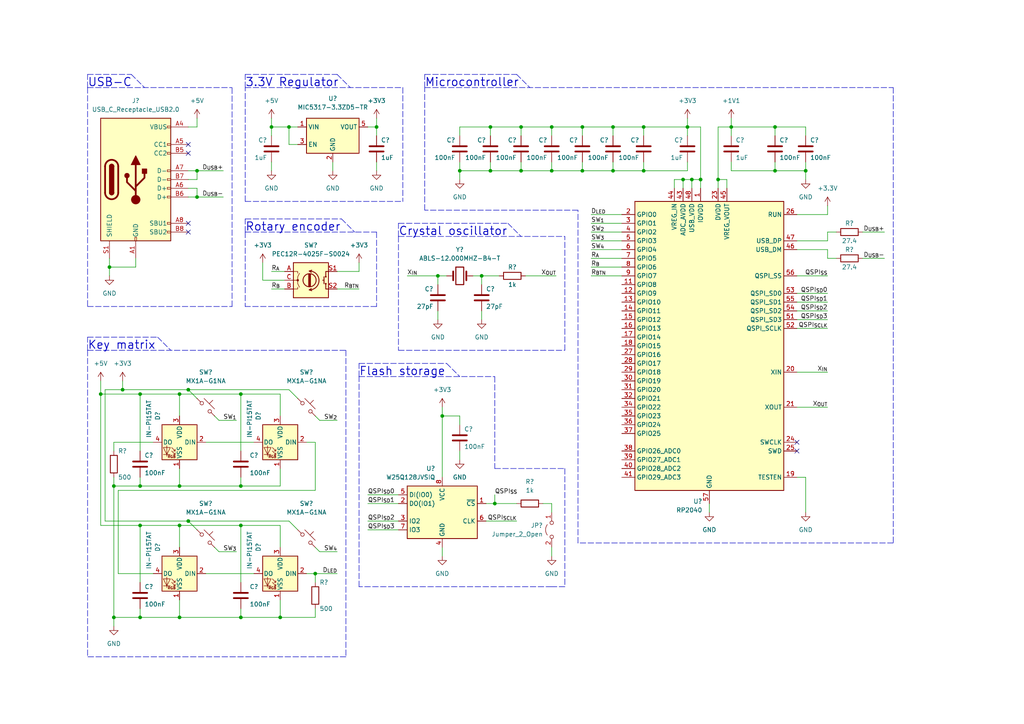
<source format=kicad_sch>
(kicad_sch (version 20211123) (generator eeschema)
  (paper "A4")
  (lib_symbols
    (symbol "Connector:USB_C_Receptacle_USB2.0" (pin_names (offset 1.016))
      (property "Reference" "J" (at -10.16 19.05 0))
      (property "Value" "USB_C_Receptacle_USB2.0" (at 19.05 19.05 0))
      (symbol "USB_C_Receptacle_USB2.0_0_0"
        (rectangle (start -0.254 -17.78) (end 0.254 -16.764))
        (rectangle (start 10.16 -14.986) (end 9.144 -15.494))
        (rectangle (start 10.16 -12.446) (end 9.144 -12.954))
        (rectangle (start 10.16 -4.826) (end 9.144 -5.334))
        (rectangle (start 10.16 -2.286) (end 9.144 -2.794))
        (rectangle (start 10.16 0.254) (end 9.144 -0.254))
        (rectangle (start 10.16 2.794) (end 9.144 2.286))
        (rectangle (start 10.16 7.874) (end 9.144 7.366))
        (rectangle (start 10.16 10.414) (end 9.144 9.906))
        (rectangle (start 10.16 15.494) (end 9.144 14.986))
      )
      (symbol "USB_C_Receptacle_USB2.0_0_1"
        (rectangle (start -10.16 17.78) (end 10.16 -17.78) (stroke (width 0.254)) (fill (type background)))
        (arc (start -8.89 -3.81) (mid -6.985 -5.715) (end -5.08 -3.81) (stroke (width 0.508)))
        (arc (start -7.62 -3.81) (mid -6.985 -4.445) (end -6.35 -3.81) (stroke (width 0.254)))
        (arc (start -7.62 -3.81) (mid -6.985 -4.445) (end -6.35 -3.81) (stroke (width 0.254)) (fill (type outline)))
        (rectangle (start -7.62 -3.81) (end -6.35 3.81) (stroke (width 0.254)) (fill (type outline)))
        (arc (start -6.35 3.81) (mid -6.985 4.445) (end -7.62 3.81) (stroke (width 0.254)))
        (arc (start -6.35 3.81) (mid -6.985 4.445) (end -7.62 3.81) (stroke (width 0.254)) (fill (type outline)))
        (arc (start -5.08 3.81) (mid -6.985 5.715) (end -8.89 3.81) (stroke (width 0.508)))
        (circle (center -2.54 1.143) (radius 0.635) (stroke (width 0.254)) (fill (type outline)))
        (circle (center 0 -5.842) (radius 1.27) (fill (type outline)))
        (polyline (pts (xy -8.89 -3.81) (xy -8.89 3.81)) (stroke (width 0.508)))
        (polyline (pts (xy -5.08 3.81) (xy -5.08 -3.81)) (stroke (width 0.508)))
        (polyline (pts (xy 0 -5.842) (xy 0 4.318)) (stroke (width 0.508)))
        (polyline (pts (xy 0 -3.302) (xy -2.54 -0.762) (xy -2.54 0.508)) (stroke (width 0.508)))
        (polyline (pts (xy 0 -2.032) (xy 2.54 0.508) (xy 2.54 1.778)) (stroke (width 0.508)))
        (polyline (pts (xy -1.27 4.318) (xy 0 6.858) (xy 1.27 4.318) (xy -1.27 4.318)) (stroke (width 0.254)) (fill (type outline)))
        (rectangle (start 1.905 1.778) (end 3.175 3.048) (stroke (width 0.254)) (fill (type outline)))
      )
      (symbol "USB_C_Receptacle_USB2.0_1_1"
        (pin passive line (at 0 -22.86 90) (length 5.08) (name "GND") (number "A1"))
        (pin passive line (at 0 -22.86 90) (length 5.08) hide (name "GND") (number "A12"))
        (pin passive line (at 15.24 15.24 180) (length 5.08) (name "VBUS") (number "A4"))
        (pin bidirectional line (at 15.24 10.16 180) (length 5.08) (name "CC1") (number "A5"))
        (pin bidirectional line (at 15.24 -2.54 180) (length 5.08) (name "D+") (number "A6"))
        (pin bidirectional line (at 15.24 2.54 180) (length 5.08) (name "D-") (number "A7"))
        (pin bidirectional line (at 15.24 -12.7 180) (length 5.08) (name "SBU1") (number "A8"))
        (pin passive line (at 15.24 15.24 180) (length 5.08) hide (name "VBUS") (number "A9"))
        (pin passive line (at 0 -22.86 90) (length 5.08) hide (name "GND") (number "B1"))
        (pin passive line (at 0 -22.86 90) (length 5.08) hide (name "GND") (number "B12"))
        (pin passive line (at 15.24 15.24 180) (length 5.08) hide (name "VBUS") (number "B4"))
        (pin bidirectional line (at 15.24 7.62 180) (length 5.08) (name "CC2") (number "B5"))
        (pin bidirectional line (at 15.24 -5.08 180) (length 5.08) (name "D+") (number "B6"))
        (pin bidirectional line (at 15.24 0 180) (length 5.08) (name "D-") (number "B7"))
        (pin bidirectional line (at 15.24 -15.24 180) (length 5.08) (name "SBU2") (number "B8"))
        (pin passive line (at 15.24 15.24 180) (length 5.08) hide (name "VBUS") (number "B9"))
        (pin passive line (at -7.62 -22.86 90) (length 5.08) (name "SHIELD") (number "S1"))
      )
    )
    (symbol "Device:C" (pin_numbers hide) (pin_names (offset 0.254))
      (property "Reference" "C" (at 0.635 2.54 0))
      (property "Value" "C" (at 0.635 -2.54 0))
      (symbol "C_0_1"
        (polyline (pts (xy -2.032 -0.762) (xy 2.032 -0.762)) (stroke (width 0.508)))
        (polyline (pts (xy -2.032 0.762) (xy 2.032 0.762)) (stroke (width 0.508)))
      )
      (symbol "C_1_1"
        (pin passive line (at 0 3.81 270) (length 2.794) (name "~") (number "1"))
        (pin passive line (at 0 -3.81 90) (length 2.794) (name "~") (number "2"))
      )
    )
    (symbol "Device:Crystal" (pin_numbers hide) (pin_names (offset 1.016) hide)
      (property "Reference" "Y" (at 0 3.81 0))
      (property "Value" "Crystal" (at 0 -3.81 0))
      (symbol "Crystal_0_1"
        (rectangle (start -1.143 2.54) (end 1.143 -2.54) (stroke (width 0.3048)))
        (polyline (pts (xy -2.54 0) (xy -1.905 0)))
        (polyline (pts (xy -1.905 -1.27) (xy -1.905 1.27)) (stroke (width 0.508)))
        (polyline (pts (xy 1.905 -1.27) (xy 1.905 1.27)) (stroke (width 0.508)))
        (polyline (pts (xy 2.54 0) (xy 1.905 0)))
      )
      (symbol "Crystal_1_1"
        (pin passive line (at -3.81 0 0) (length 1.27) (name "1") (number "1"))
        (pin passive line (at 3.81 0 180) (length 1.27) (name "2") (number "2"))
      )
    )
    (symbol "Device:R" (pin_numbers hide) (pin_names (offset 0))
      (property "Reference" "R" (at 2.032 0 90))
      (property "Value" "R" (at 0 0 90))
      (symbol "R_0_1"
        (rectangle (start -1.016 -2.54) (end 1.016 2.54) (stroke (width 0.254)))
      )
      (symbol "R_1_1"
        (pin passive line (at 0 3.81 270) (length 1.27) (name "~") (number "1"))
        (pin passive line (at 0 -3.81 90) (length 1.27) (name "~") (number "2"))
      )
    )
    (symbol "Device:RotaryEncoder_Switch" (pin_names (offset 0.254) hide)
      (property "Reference" "SW" (at 0 6.604 0))
      (property "Value" "RotaryEncoder_Switch" (at 0 -6.604 0))
      (symbol "RotaryEncoder_Switch_0_1"
        (rectangle (start -5.08 5.08) (end 5.08 -5.08) (stroke (width 0.254)) (fill (type background)))
        (circle (center -3.81 0) (radius 0.254) (fill (type outline)))
        (arc (start -0.381 -2.794) (mid 2.3622 -0.0508) (end -0.381 2.667) (stroke (width 0.254)))
        (circle (center -0.381 0) (radius 1.905) (stroke (width 0.254)))
        (polyline (pts (xy -0.635 -1.778) (xy -0.635 1.778)) (stroke (width 0.254)))
        (polyline (pts (xy -0.381 -1.778) (xy -0.381 1.778)) (stroke (width 0.254)))
        (polyline (pts (xy -0.127 1.778) (xy -0.127 -1.778)) (stroke (width 0.254)))
        (polyline (pts (xy 3.81 0) (xy 3.429 0)) (stroke (width 0.254)))
        (polyline (pts (xy 3.81 1.016) (xy 3.81 -1.016)) (stroke (width 0.254)))
        (polyline (pts (xy -5.08 -2.54) (xy -3.81 -2.54) (xy -3.81 -2.032)))
        (polyline (pts (xy -5.08 2.54) (xy -3.81 2.54) (xy -3.81 2.032)))
        (polyline (pts (xy 0.254 -3.048) (xy -0.508 -2.794) (xy 0.127 -2.413)) (stroke (width 0.254)))
        (polyline (pts (xy 0.254 2.921) (xy -0.508 2.667) (xy 0.127 2.286)) (stroke (width 0.254)))
        (polyline (pts (xy 5.08 -2.54) (xy 4.318 -2.54) (xy 4.318 -1.016)) (stroke (width 0.254)))
        (polyline (pts (xy 5.08 2.54) (xy 4.318 2.54) (xy 4.318 1.016)) (stroke (width 0.254)))
        (polyline (pts (xy -5.08 0) (xy -3.81 0) (xy -3.81 -1.016) (xy -3.302 -2.032)))
        (polyline (pts (xy -4.318 0) (xy -3.81 0) (xy -3.81 1.016) (xy -3.302 2.032)))
        (circle (center 4.318 -1.016) (radius 0.127) (stroke (width 0.254)))
        (circle (center 4.318 1.016) (radius 0.127) (stroke (width 0.254)))
      )
      (symbol "RotaryEncoder_Switch_1_1"
        (pin passive line (at -7.62 2.54 0) (length 2.54) (name "A") (number "A"))
        (pin passive line (at -7.62 -2.54 0) (length 2.54) (name "B") (number "B"))
        (pin passive line (at -7.62 0 0) (length 2.54) (name "C") (number "C"))
        (pin passive line (at 7.62 2.54 180) (length 2.54) (name "S1") (number "S1"))
        (pin passive line (at 7.62 -2.54 180) (length 2.54) (name "S2") (number "S2"))
      )
    )
    (symbol "Jumper:Jumper_2_Open" (pin_names (offset 0) hide)
      (property "Reference" "JP" (at 0 2.794 0))
      (property "Value" "Jumper_2_Open" (at 0 -2.286 0))
      (symbol "Jumper_2_Open_0_0"
        (circle (center -2.032 0) (radius 0.508))
        (circle (center 2.032 0) (radius 0.508))
      )
      (symbol "Jumper_2_Open_0_1"
        (arc (start 1.524 1.27) (mid 0 1.778) (end -1.524 1.27))
      )
      (symbol "Jumper_2_Open_1_1"
        (pin passive line (at -5.08 0 0) (length 2.54) (name "A") (number "1"))
        (pin passive line (at 5.08 0 180) (length 2.54) (name "B") (number "2"))
      )
    )
    (symbol "LED:Inolux_IN-PI554FCH" (pin_names (offset 0.254))
      (property "Reference" "D" (at 5.08 5.715 0))
      (property "Value" "Inolux_IN-PI554FCH" (at 1.27 -5.715 0))
      (symbol "Inolux_IN-PI554FCH_0_0"
        (text "RGB" (at 2.286 -4.191 0) (effects (font (size 0.762 0.762))))
      )
      (symbol "Inolux_IN-PI554FCH_0_1"
        (polyline (pts (xy 1.27 -3.556) (xy 1.778 -3.556)))
        (polyline (pts (xy 1.27 -2.54) (xy 1.778 -2.54)))
        (polyline (pts (xy 4.699 -3.556) (xy 2.667 -3.556)))
        (polyline (pts (xy 2.286 -2.54) (xy 1.27 -3.556) (xy 1.27 -3.048)))
        (polyline (pts (xy 2.286 -1.524) (xy 1.27 -2.54) (xy 1.27 -2.032)))
        (polyline (pts (xy 3.683 -1.016) (xy 3.683 -3.556) (xy 3.683 -4.064)))
        (polyline (pts (xy 4.699 -1.524) (xy 2.667 -1.524) (xy 3.683 -3.556) (xy 4.699 -1.524)))
        (rectangle (start 5.08 5.08) (end -5.08 -5.08) (stroke (width 0.254)) (fill (type background)))
      )
      (symbol "Inolux_IN-PI554FCH_1_1"
        (pin power_in line (at 0 -7.62 90) (length 2.54) (name "VSS") (number "1"))
        (pin input line (at -7.62 0 0) (length 2.54) (name "DIN") (number "2"))
        (pin power_in line (at 0 7.62 270) (length 2.54) (name "VDD") (number "3"))
        (pin output line (at 7.62 0 180) (length 2.54) (name "DO") (number "4"))
      )
    )
    (symbol "MCU_RaspberryPi:RP2040"
      (property "Reference" "U" (at 17.78 45.72 0))
      (property "Value" "RP2040" (at 17.78 43.18 0))
      (symbol "RP2040_0_1"
        (rectangle (start -21.59 41.91) (end 21.59 -41.91) (stroke (width 0.254)) (fill (type background)))
      )
      (symbol "RP2040_1_1"
        (pin power_in line (at 2.54 45.72 270) (length 3.81) (name "IOVDD") (number "1"))
        (pin passive line (at 2.54 45.72 270) (length 3.81) hide (name "IOVDD") (number "10"))
        (pin bidirectional line (at 25.4 17.78 180) (length 3.81) (name "GPIO8") (number "11"))
        (pin bidirectional line (at 25.4 15.24 180) (length 3.81) (name "GPIO9") (number "12"))
        (pin bidirectional line (at 25.4 12.7 180) (length 3.81) (name "GPIO10") (number "13"))
        (pin bidirectional line (at 25.4 10.16 180) (length 3.81) (name "GPIO11") (number "14"))
        (pin bidirectional line (at 25.4 7.62 180) (length 3.81) (name "GPIO12") (number "15"))
        (pin bidirectional line (at 25.4 5.08 180) (length 3.81) (name "GPIO13") (number "16"))
        (pin bidirectional line (at 25.4 2.54 180) (length 3.81) (name "GPIO14") (number "17"))
        (pin bidirectional line (at 25.4 0 180) (length 3.81) (name "GPIO15") (number "18"))
        (pin input line (at -25.4 -38.1 0) (length 3.81) (name "TESTEN") (number "19"))
        (pin bidirectional line (at 25.4 38.1 180) (length 3.81) (name "GPIO0") (number "2"))
        (pin input line (at -25.4 -7.62 0) (length 3.81) (name "XIN") (number "20"))
        (pin passive line (at -25.4 -17.78 0) (length 3.81) (name "XOUT") (number "21"))
        (pin passive line (at 2.54 45.72 270) (length 3.81) hide (name "IOVDD") (number "22"))
        (pin power_in line (at -2.54 45.72 270) (length 3.81) (name "DVDD") (number "23"))
        (pin output line (at -25.4 -27.94 0) (length 3.81) (name "SWCLK") (number "24"))
        (pin bidirectional line (at -25.4 -30.48 0) (length 3.81) (name "SWD") (number "25"))
        (pin input line (at -25.4 38.1 0) (length 3.81) (name "RUN") (number "26"))
        (pin bidirectional line (at 25.4 -2.54 180) (length 3.81) (name "GPIO16") (number "27"))
        (pin bidirectional line (at 25.4 -5.08 180) (length 3.81) (name "GPIO17") (number "28"))
        (pin bidirectional line (at 25.4 -7.62 180) (length 3.81) (name "GPIO18") (number "29"))
        (pin bidirectional line (at 25.4 35.56 180) (length 3.81) (name "GPIO1") (number "3"))
        (pin bidirectional line (at 25.4 -10.16 180) (length 3.81) (name "GPIO19") (number "30"))
        (pin bidirectional line (at 25.4 -12.7 180) (length 3.81) (name "GPIO20") (number "31"))
        (pin bidirectional line (at 25.4 -15.24 180) (length 3.81) (name "GPIO21") (number "32"))
        (pin passive line (at 2.54 45.72 270) (length 3.81) hide (name "IOVDD") (number "33"))
        (pin bidirectional line (at 25.4 -17.78 180) (length 3.81) (name "GPIO22") (number "34"))
        (pin bidirectional line (at 25.4 -20.32 180) (length 3.81) (name "GPIO23") (number "35"))
        (pin bidirectional line (at 25.4 -22.86 180) (length 3.81) (name "GPIO24") (number "36"))
        (pin bidirectional line (at 25.4 -25.4 180) (length 3.81) (name "GPIO25") (number "37"))
        (pin bidirectional line (at 25.4 -30.48 180) (length 3.81) (name "GPIO26_ADC0") (number "38"))
        (pin bidirectional line (at 25.4 -33.02 180) (length 3.81) (name "GPIO27_ADC1") (number "39"))
        (pin bidirectional line (at 25.4 33.02 180) (length 3.81) (name "GPIO2") (number "4"))
        (pin bidirectional line (at 25.4 -35.56 180) (length 3.81) (name "GPIO28_ADC2") (number "40"))
        (pin bidirectional line (at 25.4 -38.1 180) (length 3.81) (name "GPIO29_ADC3") (number "41"))
        (pin passive line (at 2.54 45.72 270) (length 3.81) hide (name "IOVDD") (number "42"))
        (pin power_in line (at 7.62 45.72 270) (length 3.81) (name "ADC_AVDD") (number "43"))
        (pin power_in line (at 10.16 45.72 270) (length 3.81) (name "VREG_IN") (number "44"))
        (pin power_out line (at -5.08 45.72 270) (length 3.81) (name "VREG_VOUT") (number "45"))
        (pin bidirectional line (at -25.4 27.94 0) (length 3.81) (name "USB_DM") (number "46"))
        (pin bidirectional line (at -25.4 30.48 0) (length 3.81) (name "USB_DP") (number "47"))
        (pin power_in line (at 5.08 45.72 270) (length 3.81) (name "USB_VDD") (number "48"))
        (pin passive line (at 2.54 45.72 270) (length 3.81) hide (name "IOVDD") (number "49"))
        (pin bidirectional line (at 25.4 30.48 180) (length 3.81) (name "GPIO3") (number "5"))
        (pin passive line (at -2.54 45.72 270) (length 3.81) hide (name "DVDD") (number "50"))
        (pin bidirectional line (at -25.4 7.62 0) (length 3.81) (name "QSPI_SD3") (number "51"))
        (pin output line (at -25.4 5.08 0) (length 3.81) (name "QSPI_SCLK") (number "52"))
        (pin bidirectional line (at -25.4 15.24 0) (length 3.81) (name "QSPI_SD0") (number "53"))
        (pin bidirectional line (at -25.4 10.16 0) (length 3.81) (name "QSPI_SD2") (number "54"))
        (pin bidirectional line (at -25.4 12.7 0) (length 3.81) (name "QSPI_SD1") (number "55"))
        (pin bidirectional line (at -25.4 20.32 0) (length 3.81) (name "QSPI_SS") (number "56"))
        (pin power_in line (at 0 -45.72 90) (length 3.81) (name "GND") (number "57"))
        (pin bidirectional line (at 25.4 27.94 180) (length 3.81) (name "GPIO4") (number "6"))
        (pin bidirectional line (at 25.4 25.4 180) (length 3.81) (name "GPIO5") (number "7"))
        (pin bidirectional line (at 25.4 22.86 180) (length 3.81) (name "GPIO6") (number "8"))
        (pin bidirectional line (at 25.4 20.32 180) (length 3.81) (name "GPIO7") (number "9"))
      )
    )
    (symbol "Memory_Flash:W25Q32JVSS"
      (property "Reference" "U" (at -8.89 8.89 0))
      (property "Value" "W25Q32JVSS" (at 7.62 8.89 0))
      (symbol "W25Q32JVSS_0_1"
        (rectangle (start -10.16 7.62) (end 10.16 -7.62) (stroke (width 0.254)) (fill (type background)))
      )
      (symbol "W25Q32JVSS_1_1"
        (pin input line (at -12.7 2.54 0) (length 2.54) (name "~{CS}") (number "1"))
        (pin bidirectional line (at 12.7 2.54 180) (length 2.54) (name "DO(IO1)") (number "2"))
        (pin bidirectional line (at 12.7 -2.54 180) (length 2.54) (name "IO2") (number "3"))
        (pin power_in line (at 0 -10.16 90) (length 2.54) (name "GND") (number "4"))
        (pin bidirectional line (at 12.7 5.08 180) (length 2.54) (name "DI(IO0)") (number "5"))
        (pin input line (at -12.7 -2.54 0) (length 2.54) (name "CLK") (number "6"))
        (pin bidirectional line (at 12.7 -5.08 180) (length 2.54) (name "IO3") (number "7"))
        (pin power_in line (at 0 10.16 270) (length 2.54) (name "VCC") (number "8"))
      )
    )
    (symbol "Regulator_Linear:MIC5365-3.3YD5"
      (property "Reference" "U" (at -7.62 6.35 0))
      (property "Value" "MIC5365-3.3YD5" (at 0 6.35 0))
      (symbol "MIC5365-3.3YD5_0_1"
        (rectangle (start -7.62 -5.08) (end 7.62 5.08) (stroke (width 0.254)) (fill (type background)))
      )
      (symbol "MIC5365-3.3YD5_1_1"
        (pin power_in line (at -10.16 2.54 0) (length 2.54) (name "VIN") (number "1"))
        (pin power_in line (at 0 -7.62 90) (length 2.54) (name "GND") (number "2"))
        (pin input line (at -10.16 -2.54 0) (length 2.54) (name "EN") (number "3"))
        (pin no_connect line (at 7.62 -2.54 180) (length 2.54) hide (name "NC") (number "4"))
        (pin power_out line (at 10.16 2.54 180) (length 2.54) (name "VOUT") (number "5"))
      )
    )
    (symbol "Switch:SW_Push_45deg" (pin_numbers hide) (pin_names (offset 1.016) hide)
      (property "Reference" "SW" (at 3.048 1.016 0))
      (property "Value" "SW_Push_45deg" (at 0 -3.81 0))
      (symbol "SW_Push_45deg_0_1"
        (circle (center -1.1684 1.1684) (radius 0.508))
        (polyline (pts (xy -0.508 2.54) (xy 2.54 -0.508)))
        (polyline (pts (xy 1.016 1.016) (xy 2.032 2.032)))
        (polyline (pts (xy -2.54 2.54) (xy -1.524 1.524) (xy -1.524 1.524)))
        (polyline (pts (xy 1.524 -1.524) (xy 2.54 -2.54) (xy 2.54 -2.54) (xy 2.54 -2.54)))
        (circle (center 1.143 -1.1938) (radius 0.508))
        (pin passive line (at -2.54 2.54 0) (length 0) (name "1") (number "1"))
        (pin passive line (at 2.54 -2.54 180) (length 0) (name "2") (number "2"))
      )
    )
    (symbol "power:+1V1" (power) (pin_names (offset 0))
      (property "Value" "+1V1" (at 0 3.556 0))
      (symbol "+1V1_0_1"
        (polyline (pts (xy -0.762 1.27) (xy 0 2.54)))
        (polyline (pts (xy 0 0) (xy 0 2.54)))
        (polyline (pts (xy 0 2.54) (xy 0.762 1.27)))
      )
      (symbol "+1V1_1_1"
        (pin power_in line (at 0 0 90) (length 0) hide (name "+1V1") (number "1"))
      )
    )
    (symbol "power:+3.3V" (power) (pin_names (offset 0))
      (property "Value" "+3.3V" (at 0 3.556 0))
      (symbol "+3.3V_0_1"
        (polyline (pts (xy -0.762 1.27) (xy 0 2.54)))
        (polyline (pts (xy 0 0) (xy 0 2.54)))
        (polyline (pts (xy 0 2.54) (xy 0.762 1.27)))
      )
      (symbol "+3.3V_1_1"
        (pin power_in line (at 0 0 90) (length 0) hide (name "+3.3V") (number "1"))
      )
    )
    (symbol "power:+3V3" (power) (pin_names (offset 0))
      (property "Value" "+3V3" (at 0 3.556 0))
      (symbol "+3V3_0_1"
        (polyline (pts (xy -0.762 1.27) (xy 0 2.54)))
        (polyline (pts (xy 0 0) (xy 0 2.54)))
        (polyline (pts (xy 0 2.54) (xy 0.762 1.27)))
      )
      (symbol "+3V3_1_1"
        (pin power_in line (at 0 0 90) (length 0) hide (name "+3V3") (number "1"))
      )
    )
    (symbol "power:+5V" (power) (pin_names (offset 0))
      (property "Value" "+5V" (at 0 3.556 0))
      (symbol "+5V_0_1"
        (polyline (pts (xy -0.762 1.27) (xy 0 2.54)))
        (polyline (pts (xy 0 0) (xy 0 2.54)))
        (polyline (pts (xy 0 2.54) (xy 0.762 1.27)))
      )
      (symbol "+5V_1_1"
        (pin power_in line (at 0 0 90) (length 0) hide (name "+5V") (number "1"))
      )
    )
    (symbol "power:GND" (power) (pin_names (offset 0))
      (property "Value" "GND" (at 0 -3.81 0))
      (symbol "GND_0_1"
        (polyline (pts (xy 0 0) (xy 0 -1.27) (xy 1.27 -1.27) (xy 0 -2.54) (xy -1.27 -1.27) (xy 0 -1.27)))
      )
      (symbol "GND_1_1"
        (pin power_in line (at 0 0 270) (length 0) hide (name "GND") (number "1"))
      )
    )
  )
  (junction (at 151.13 49.53))
  (junction (at 186.69 49.53))
  (junction (at 142.24 49.53))
  (junction (at 52.07 114.3))
  (junction (at 57.15 49.53))
  (junction (at 177.8 49.53))
  (junction (at 91.44 166.37))
  (junction (at 198.12 52.07))
  (junction (at 40.64 140.97))
  (junction (at 52.07 179.07))
  (junction (at 69.85 152.4))
  (junction (at 139.7 80.01))
  (junction (at 35.56 113.03))
  (junction (at 224.79 49.53))
  (junction (at 203.2 52.07))
  (junction (at 186.69 36.83))
  (junction (at 83.82 36.83))
  (junction (at 78.74 36.83))
  (junction (at 151.13 36.83))
  (junction (at 52.07 140.97))
  (junction (at 33.02 179.07))
  (junction (at 40.64 114.3))
  (junction (at 127 80.01))
  (junction (at 128.27 120.65))
  (junction (at 40.64 179.07))
  (junction (at 109.22 36.83))
  (junction (at 200.66 52.07))
  (junction (at 224.79 36.83))
  (junction (at 54.61 113.03))
  (junction (at 133.35 49.53))
  (junction (at 177.8 36.83))
  (junction (at 208.28 52.07))
  (junction (at 168.91 49.53))
  (junction (at 57.15 57.15))
  (junction (at 69.85 179.07))
  (junction (at 54.61 151.13))
  (junction (at 40.64 152.4))
  (junction (at 29.21 114.3))
  (junction (at 33.02 140.97))
  (junction (at 233.68 49.53))
  (junction (at 212.09 36.83))
  (junction (at 81.28 179.07))
  (junction (at 69.85 114.3))
  (junction (at 160.02 36.83))
  (junction (at 199.39 36.83))
  (junction (at 160.02 49.53))
  (junction (at 168.91 36.83))
  (junction (at 69.85 140.97))
  (junction (at 52.07 152.4))
  (junction (at 142.24 36.83))
  (junction (at 31.75 77.47))
  (junction (at 143.51 146.05))
  (no_connect (at 231.14 130.81))
  (no_connect (at 231.14 128.27))
  (no_connect (at 54.61 41.91))
  (no_connect (at 54.61 64.77))
  (no_connect (at 54.61 67.31))
  (no_connect (at 54.61 44.45))
  (polyline (pts (xy 99.06 63.5) (xy 102.87 67.31)))
  (wire (pts (xy 233.68 36.83) (xy 233.68 39.37)))
  (wire (pts (xy 35.56 110.49) (xy 35.56 113.03)))
  (wire (pts (xy 140.97 146.05) (xy 143.51 146.05)))
  (wire (pts (xy 151.13 46.99) (xy 151.13 49.53)))
  (wire (pts (xy 59.69 128.27) (xy 73.66 128.27)))
  (wire (pts (xy 97.79 78.74) (xy 104.14 78.74)))
  (wire (pts (xy 133.35 123.19) (xy 133.35 120.65)))
  (wire (pts (xy 200.66 52.07) (xy 200.66 54.61)))
  (polyline (pts (xy 104.14 170.18) (xy 104.14 109.22)))
  (wire (pts (xy 171.45 64.77) (xy 180.34 64.77)))
  (wire (pts (xy 160.02 46.99) (xy 160.02 49.53)))
  (wire (pts (xy 54.61 36.83) (xy 57.15 36.83)))
  (polyline (pts (xy 259.08 157.48) (xy 167.64 157.48)))
  (wire (pts (xy 160.02 36.83) (xy 160.02 39.37)))
  (wire (pts (xy 203.2 36.83) (xy 203.2 52.07)))
  (wire (pts (xy 54.61 54.61) (xy 57.15 54.61)))
  (polyline (pts (xy 71.12 67.31) (xy 71.12 88.9)))
  (wire (pts (xy 91.44 166.37) (xy 97.79 166.37)))
  (wire (pts (xy 91.44 179.07) (xy 81.28 179.07)))
  (wire (pts (xy 186.69 36.83) (xy 186.69 39.37)))
  (wire (pts (xy 86.36 153.67) (xy 83.82 151.13)))
  (wire (pts (xy 128.27 120.65) (xy 128.27 138.43)))
  (wire (pts (xy 231.14 92.71) (xy 240.03 92.71)))
  (wire (pts (xy 128.27 158.75) (xy 128.27 161.29)))
  (wire (pts (xy 240.03 80.01) (xy 231.14 80.01)))
  (wire (pts (xy 212.09 36.83) (xy 224.79 36.83)))
  (wire (pts (xy 115.57 151.13) (xy 106.68 151.13)))
  (wire (pts (xy 115.57 143.51) (xy 106.68 143.51)))
  (wire (pts (xy 52.07 173.99) (xy 52.07 179.07)))
  (wire (pts (xy 40.64 152.4) (xy 29.21 152.4)))
  (wire (pts (xy 33.02 128.27) (xy 33.02 130.81)))
  (wire (pts (xy 54.61 49.53) (xy 57.15 49.53)))
  (wire (pts (xy 62.23 158.75) (xy 63.5 160.02)))
  (wire (pts (xy 54.61 113.03) (xy 83.82 113.03)))
  (wire (pts (xy 83.82 36.83) (xy 86.36 36.83)))
  (wire (pts (xy 91.44 142.24) (xy 34.29 142.24)))
  (wire (pts (xy 256.54 67.31) (xy 250.19 67.31)))
  (polyline (pts (xy 25.4 101.6) (xy 25.4 190.5)))
  (wire (pts (xy 212.09 49.53) (xy 224.79 49.53)))
  (wire (pts (xy 106.68 36.83) (xy 109.22 36.83)))
  (wire (pts (xy 210.82 54.61) (xy 210.82 52.07)))
  (wire (pts (xy 91.44 128.27) (xy 91.44 142.24)))
  (wire (pts (xy 81.28 135.89) (xy 81.28 140.97)))
  (wire (pts (xy 57.15 57.15) (xy 54.61 57.15)))
  (wire (pts (xy 52.07 140.97) (xy 69.85 140.97)))
  (wire (pts (xy 171.45 74.93) (xy 180.34 74.93)))
  (wire (pts (xy 34.29 166.37) (xy 44.45 166.37)))
  (polyline (pts (xy 115.57 101.6) (xy 163.83 101.6)))
  (wire (pts (xy 44.45 128.27) (xy 33.02 128.27)))
  (wire (pts (xy 40.64 176.53) (xy 40.64 179.07)))
  (wire (pts (xy 54.61 113.03) (xy 57.15 115.57)))
  (wire (pts (xy 52.07 114.3) (xy 69.85 114.3)))
  (wire (pts (xy 240.03 72.39) (xy 231.14 72.39)))
  (wire (pts (xy 139.7 80.01) (xy 139.7 82.55)))
  (wire (pts (xy 186.69 49.53) (xy 177.8 49.53)))
  (wire (pts (xy 168.91 46.99) (xy 168.91 49.53)))
  (wire (pts (xy 57.15 36.83) (xy 57.15 34.29)))
  (polyline (pts (xy 115.57 64.77) (xy 147.32 64.77)))
  (polyline (pts (xy 129.54 105.41) (xy 133.35 109.22)))
  (polyline (pts (xy 212.09 25.4) (xy 259.08 25.4)))
  (wire (pts (xy 212.09 36.83) (xy 212.09 39.37)))
  (wire (pts (xy 210.82 52.07) (xy 208.28 52.07)))
  (wire (pts (xy 78.74 78.74) (xy 82.55 78.74)))
  (wire (pts (xy 69.85 114.3) (xy 69.85 130.81)))
  (polyline (pts (xy 143.51 109.22) (xy 143.51 135.89)))
  (wire (pts (xy 29.21 114.3) (xy 29.21 152.4)))
  (wire (pts (xy 240.03 59.69) (xy 240.03 62.23)))
  (wire (pts (xy 224.79 46.99) (xy 224.79 49.53)))
  (wire (pts (xy 40.64 114.3) (xy 52.07 114.3)))
  (wire (pts (xy 133.35 46.99) (xy 133.35 49.53)))
  (wire (pts (xy 160.02 36.83) (xy 168.91 36.83)))
  (polyline (pts (xy 104.14 109.22) (xy 104.14 105.41)))
  (polyline (pts (xy 71.12 21.59) (xy 97.79 21.59)))
  (wire (pts (xy 40.64 114.3) (xy 40.64 130.81)))
  (wire (pts (xy 143.51 146.05) (xy 149.86 146.05)))
  (polyline (pts (xy 71.12 58.42) (xy 116.84 58.42)))
  (wire (pts (xy 171.45 80.01) (xy 180.34 80.01)))
  (wire (pts (xy 142.24 36.83) (xy 142.24 39.37)))
  (wire (pts (xy 133.35 39.37) (xy 133.35 36.83)))
  (polyline (pts (xy 109.22 67.31) (xy 109.22 88.9)))
  (wire (pts (xy 198.12 52.07) (xy 195.58 52.07)))
  (polyline (pts (xy 149.86 21.59) (xy 153.67 25.4)))
  (wire (pts (xy 39.37 77.47) (xy 39.37 74.93)))
  (polyline (pts (xy 67.31 88.9) (xy 67.31 25.4)))
  (wire (pts (xy 40.64 179.07) (xy 33.02 179.07)))
  (wire (pts (xy 69.85 176.53) (xy 69.85 179.07)))
  (wire (pts (xy 168.91 49.53) (xy 160.02 49.53)))
  (wire (pts (xy 109.22 36.83) (xy 109.22 39.37)))
  (wire (pts (xy 199.39 46.99) (xy 199.39 49.53)))
  (polyline (pts (xy 163.83 101.6) (xy 163.83 68.58)))
  (polyline (pts (xy 25.4 97.79) (xy 45.72 97.79)))
  (polyline (pts (xy 25.4 25.4) (xy 67.31 25.4)))
  (polyline (pts (xy 167.64 60.96) (xy 123.19 60.96)))
  (wire (pts (xy 208.28 52.07) (xy 208.28 54.61)))
  (wire (pts (xy 76.2 81.28) (xy 82.55 81.28)))
  (polyline (pts (xy 123.19 60.96) (xy 123.19 25.4)))
  (wire (pts (xy 160.02 146.05) (xy 160.02 148.59)))
  (wire (pts (xy 212.09 46.99) (xy 212.09 49.53)))
  (wire (pts (xy 203.2 54.61) (xy 203.2 52.07)))
  (wire (pts (xy 83.82 41.91) (xy 86.36 41.91)))
  (wire (pts (xy 129.54 80.01) (xy 127 80.01)))
  (wire (pts (xy 69.85 138.43) (xy 69.85 140.97)))
  (wire (pts (xy 240.03 95.25) (xy 231.14 95.25)))
  (wire (pts (xy 195.58 52.07) (xy 195.58 54.61)))
  (wire (pts (xy 33.02 138.43) (xy 33.02 140.97)))
  (polyline (pts (xy 143.51 135.89) (xy 163.83 135.89)))
  (wire (pts (xy 177.8 36.83) (xy 177.8 39.37)))
  (wire (pts (xy 233.68 36.83) (xy 224.79 36.83)))
  (wire (pts (xy 127 90.17) (xy 127 92.71)))
  (wire (pts (xy 143.51 146.05) (xy 143.51 143.51)))
  (wire (pts (xy 30.48 151.13) (xy 30.48 113.03)))
  (wire (pts (xy 205.74 146.05) (xy 205.74 148.59)))
  (polyline (pts (xy 25.4 25.4) (xy 25.4 21.59)))
  (wire (pts (xy 57.15 52.07) (xy 54.61 52.07)))
  (wire (pts (xy 256.54 74.93) (xy 250.19 74.93)))
  (wire (pts (xy 97.79 160.02) (xy 92.71 160.02)))
  (wire (pts (xy 208.28 36.83) (xy 212.09 36.83)))
  (wire (pts (xy 78.74 39.37) (xy 78.74 36.83)))
  (wire (pts (xy 151.13 36.83) (xy 160.02 36.83)))
  (wire (pts (xy 199.39 34.29) (xy 199.39 36.83)))
  (wire (pts (xy 231.14 90.17) (xy 240.03 90.17)))
  (wire (pts (xy 62.23 120.65) (xy 63.5 121.92)))
  (wire (pts (xy 199.39 36.83) (xy 199.39 39.37)))
  (wire (pts (xy 171.45 62.23) (xy 180.34 62.23)))
  (wire (pts (xy 168.91 36.83) (xy 168.91 39.37)))
  (wire (pts (xy 109.22 34.29) (xy 109.22 36.83)))
  (wire (pts (xy 81.28 173.99) (xy 81.28 179.07)))
  (polyline (pts (xy 163.83 135.89) (xy 163.83 170.18)))
  (wire (pts (xy 57.15 54.61) (xy 57.15 57.15)))
  (polyline (pts (xy 71.12 58.42) (xy 71.12 25.4)))
  (wire (pts (xy 208.28 36.83) (xy 208.28 52.07)))
  (polyline (pts (xy 259.08 25.4) (xy 259.08 157.48)))
  (wire (pts (xy 224.79 36.83) (xy 224.79 39.37)))
  (polyline (pts (xy 104.14 109.22) (xy 143.51 109.22)))
  (wire (pts (xy 118.11 80.01) (xy 127 80.01)))
  (wire (pts (xy 59.69 166.37) (xy 73.66 166.37)))
  (polyline (pts (xy 115.57 68.58) (xy 163.83 68.58)))
  (wire (pts (xy 240.03 107.95) (xy 231.14 107.95)))
  (wire (pts (xy 233.68 49.53) (xy 233.68 52.07)))
  (wire (pts (xy 203.2 36.83) (xy 199.39 36.83)))
  (wire (pts (xy 231.14 85.09) (xy 240.03 85.09)))
  (wire (pts (xy 31.75 74.93) (xy 31.75 77.47)))
  (wire (pts (xy 34.29 142.24) (xy 34.29 166.37)))
  (wire (pts (xy 57.15 57.15) (xy 64.77 57.15)))
  (wire (pts (xy 104.14 78.74) (xy 104.14 76.2)))
  (wire (pts (xy 30.48 113.03) (xy 35.56 113.03)))
  (polyline (pts (xy 25.4 25.4) (xy 25.4 88.9)))
  (wire (pts (xy 203.2 52.07) (xy 200.66 52.07)))
  (wire (pts (xy 69.85 152.4) (xy 81.28 152.4)))
  (wire (pts (xy 78.74 46.99) (xy 78.74 49.53)))
  (wire (pts (xy 33.02 140.97) (xy 40.64 140.97)))
  (polyline (pts (xy 45.72 97.79) (xy 49.53 101.6)))
  (wire (pts (xy 177.8 46.99) (xy 177.8 49.53)))
  (wire (pts (xy 233.68 138.43) (xy 233.68 148.59)))
  (polyline (pts (xy 25.4 21.59) (xy 38.1 21.59)))
  (wire (pts (xy 40.64 179.07) (xy 52.07 179.07)))
  (wire (pts (xy 186.69 46.99) (xy 186.69 49.53)))
  (wire (pts (xy 139.7 80.01) (xy 144.78 80.01)))
  (wire (pts (xy 171.45 67.31) (xy 180.34 67.31)))
  (wire (pts (xy 68.58 160.02) (xy 63.5 160.02)))
  (wire (pts (xy 199.39 36.83) (xy 186.69 36.83)))
  (wire (pts (xy 52.07 152.4) (xy 52.07 158.75)))
  (wire (pts (xy 69.85 179.07) (xy 81.28 179.07)))
  (wire (pts (xy 52.07 114.3) (xy 52.07 120.65)))
  (wire (pts (xy 127 80.01) (xy 127 82.55)))
  (polyline (pts (xy 104.14 105.41) (xy 129.54 105.41)))
  (wire (pts (xy 52.07 152.4) (xy 69.85 152.4)))
  (wire (pts (xy 29.21 114.3) (xy 40.64 114.3)))
  (wire (pts (xy 142.24 49.53) (xy 133.35 49.53)))
  (wire (pts (xy 242.57 67.31) (xy 240.03 67.31)))
  (wire (pts (xy 83.82 113.03) (xy 86.36 115.57)))
  (wire (pts (xy 40.64 152.4) (xy 40.64 168.91)))
  (polyline (pts (xy 115.57 68.58) (xy 115.57 64.77)))
  (polyline (pts (xy 109.22 88.9) (xy 71.12 88.9)))
  (wire (pts (xy 149.86 151.13) (xy 140.97 151.13)))
  (wire (pts (xy 91.44 120.65) (xy 92.71 121.92)))
  (wire (pts (xy 242.57 74.93) (xy 240.03 74.93)))
  (wire (pts (xy 171.45 72.39) (xy 180.34 72.39)))
  (wire (pts (xy 78.74 83.82) (xy 82.55 83.82)))
  (wire (pts (xy 31.75 77.47) (xy 31.75 80.01)))
  (wire (pts (xy 68.58 121.92) (xy 63.5 121.92)))
  (wire (pts (xy 200.66 52.07) (xy 198.12 52.07)))
  (polyline (pts (xy 123.19 21.59) (xy 149.86 21.59)))
  (polyline (pts (xy 100.33 101.6) (xy 100.33 190.5)))
  (wire (pts (xy 115.57 153.67) (xy 106.68 153.67)))
  (polyline (pts (xy 38.1 21.59) (xy 41.91 25.4)))
  (wire (pts (xy 152.4 80.01) (xy 161.29 80.01)))
  (polyline (pts (xy 25.4 101.6) (xy 25.4 97.79)))
  (wire (pts (xy 171.45 77.47) (xy 180.34 77.47)))
  (wire (pts (xy 133.35 49.53) (xy 133.35 52.07)))
  (wire (pts (xy 160.02 158.75) (xy 160.02 161.29)))
  (wire (pts (xy 233.68 46.99) (xy 233.68 49.53)))
  (wire (pts (xy 177.8 49.53) (xy 168.91 49.53)))
  (polyline (pts (xy 71.12 67.31) (xy 109.22 67.31)))
  (wire (pts (xy 57.15 49.53) (xy 64.77 49.53)))
  (wire (pts (xy 128.27 118.11) (xy 128.27 120.65)))
  (wire (pts (xy 240.03 118.11) (xy 231.14 118.11)))
  (wire (pts (xy 97.79 83.82) (xy 104.14 83.82)))
  (wire (pts (xy 91.44 158.75) (xy 92.71 160.02)))
  (polyline (pts (xy 167.64 157.48) (xy 167.64 60.96)))
  (wire (pts (xy 171.45 69.85) (xy 180.34 69.85)))
  (wire (pts (xy 224.79 49.53) (xy 233.68 49.53)))
  (wire (pts (xy 81.28 152.4) (xy 81.28 158.75)))
  (polyline (pts (xy 147.32 64.77) (xy 151.13 68.58)))
  (wire (pts (xy 88.9 166.37) (xy 91.44 166.37)))
  (wire (pts (xy 31.75 77.47) (xy 39.37 77.47)))
  (wire (pts (xy 91.44 176.53) (xy 91.44 179.07)))
  (wire (pts (xy 157.48 146.05) (xy 160.02 146.05)))
  (polyline (pts (xy 163.83 170.18) (xy 160.02 170.18)))
  (wire (pts (xy 81.28 114.3) (xy 81.28 120.65)))
  (wire (pts (xy 83.82 36.83) (xy 83.82 41.91)))
  (wire (pts (xy 133.35 120.65) (xy 128.27 120.65)))
  (polyline (pts (xy 100.33 190.5) (xy 25.4 190.5)))
  (wire (pts (xy 69.85 152.4) (xy 69.85 168.91)))
  (wire (pts (xy 142.24 46.99) (xy 142.24 49.53)))
  (wire (pts (xy 151.13 49.53) (xy 142.24 49.53)))
  (polyline (pts (xy 71.12 67.31) (xy 71.12 63.5)))
  (polyline (pts (xy 160.02 170.18) (xy 104.14 170.18)))
  (polyline (pts (xy 71.12 25.4) (xy 116.84 25.4)))
  (wire (pts (xy 177.8 36.83) (xy 186.69 36.83)))
  (wire (pts (xy 69.85 114.3) (xy 81.28 114.3)))
  (wire (pts (xy 198.12 52.07) (xy 198.12 54.61)))
  (wire (pts (xy 151.13 36.83) (xy 151.13 39.37)))
  (wire (pts (xy 97.79 121.92) (xy 92.71 121.92)))
  (wire (pts (xy 240.03 62.23) (xy 231.14 62.23)))
  (wire (pts (xy 137.16 80.01) (xy 139.7 80.01)))
  (wire (pts (xy 69.85 140.97) (xy 81.28 140.97)))
  (wire (pts (xy 133.35 130.81) (xy 133.35 133.35)))
  (wire (pts (xy 40.64 152.4) (xy 52.07 152.4)))
  (polyline (pts (xy 97.79 21.59) (xy 101.6 25.4)))
  (wire (pts (xy 40.64 140.97) (xy 52.07 140.97)))
  (wire (pts (xy 231.14 87.63) (xy 240.03 87.63)))
  (wire (pts (xy 109.22 46.99) (xy 109.22 49.53)))
  (polyline (pts (xy 25.4 101.6) (xy 100.33 101.6)))
  (wire (pts (xy 142.24 36.83) (xy 151.13 36.83)))
  (wire (pts (xy 199.39 49.53) (xy 186.69 49.53)))
  (wire (pts (xy 231.14 138.43) (xy 233.68 138.43)))
  (wire (pts (xy 168.91 36.83) (xy 177.8 36.83)))
  (wire (pts (xy 160.02 49.53) (xy 151.13 49.53)))
  (polyline (pts (xy 116.84 25.4) (xy 116.84 58.42)))
  (wire (pts (xy 115.57 146.05) (xy 106.68 146.05)))
  (wire (pts (xy 52.07 179.07) (xy 69.85 179.07)))
  (polyline (pts (xy 71.12 63.5) (xy 99.06 63.5)))
  (polyline (pts (xy 25.4 88.9) (xy 67.31 88.9)))
  (wire (pts (xy 78.74 36.83) (xy 83.82 36.83)))
  (wire (pts (xy 240.03 67.31) (xy 240.03 69.85)))
  (wire (pts (xy 54.61 151.13) (xy 83.82 151.13)))
  (wire (pts (xy 240.03 69.85) (xy 231.14 69.85)))
  (wire (pts (xy 91.44 166.37) (xy 91.44 168.91)))
  (wire (pts (xy 96.52 46.99) (xy 96.52 49.53)))
  (wire (pts (xy 40.64 138.43) (xy 40.64 140.97)))
  (wire (pts (xy 133.35 36.83) (xy 142.24 36.83)))
  (wire (pts (xy 29.21 110.49) (xy 29.21 114.3)))
  (wire (pts (xy 54.61 151.13) (xy 30.48 151.13)))
  (wire (pts (xy 35.56 113.03) (xy 54.61 113.03)))
  (polyline (pts (xy 115.57 68.58) (xy 115.57 101.6)))
  (wire (pts (xy 33.02 179.07) (xy 33.02 181.61)))
  (wire (pts (xy 52.07 135.89) (xy 52.07 140.97)))
  (wire (pts (xy 76.2 76.2) (xy 76.2 81.28)))
  (wire (pts (xy 139.7 90.17) (xy 139.7 92.71)))
  (wire (pts (xy 57.15 49.53) (xy 57.15 52.07)))
  (polyline (pts (xy 123.19 25.4) (xy 212.09 25.4)))
  (wire (pts (xy 212.09 34.29) (xy 212.09 36.83)))
  (polyline (pts (xy 71.12 25.4) (xy 71.12 21.59)))
  (wire (pts (xy 88.9 128.27) (xy 91.44 128.27)))
  (polyline (pts (xy 123.19 25.4) (xy 123.19 21.59)))
  (wire (pts (xy 33.02 179.07) (xy 33.02 140.97)))
  (wire (pts (xy 240.03 74.93) (xy 240.03 72.39)))
  (wire (pts (xy 54.61 151.13) (xy 57.15 153.67)))
  (wire (pts (xy 78.74 34.29) (xy 78.74 36.83)))
  (text "USB-C" (at 25.4 25.4 0) (effects (font (size 2.4 2.4) (thickness 0.254) bold) (justify left bottom)))
  (text "Flash storage" (at 104.14 109.22 0) (effects (font (size 2.4 2.4) (thickness 0.254) bold) (justify left bottom)))
  (text "Microcontroller" (at 123.19 25.4 0) (effects (font (size 2.4 2.4) (thickness 0.254) bold) (justify left bottom)))
  (text "Crystal oscillator" (at 115.57 68.58 0) (effects (font (size 2.4 2.4) (thickness 0.254) bold) (justify left bottom)))
  (text "3.3V Regulator" (at 71.12 25.4 0) (effects (font (size 2.4 2.4) (thickness 0.254) bold) (justify left bottom)))
  (text "Key matrix" (at 25.4 101.6 0) (effects (font (size 2.4 2.4) (thickness 0.254) bold) (justify left bottom)))
  (text "Rotary encoder" (at 71.12 67.31 0) (effects (font (size 2.4 2.4) (thickness 0.254) bold) (justify left bottom)))
  (label "SW_{1}" (at 68.58 121.92 180))
  (label "SW_{2}" (at 97.79 121.92 180))
  (label "R_{A}" (at 78.74 78.74 0))
  (label "D_{USB}+" (at 256.54 67.31 180))
  (label "QSPI_{SD}2" (at 240.03 90.17 180))
  (label "X_{IN}" (at 240.03 107.95 180))
  (label "QSPI_{SS}" (at 240.03 80.01 180))
  (label "D_{USB}+" (at 64.77 49.53 180))
  (label "QSPI_{SD}1" (at 240.03 87.63 180))
  (label "R_{B}" (at 171.45 77.47 0))
  (label "X_{OUT}" (at 240.03 118.11 180))
  (label "QSPI_{SD}2" (at 106.68 151.13 0))
  (label "QSPI_{SCLK}" (at 240.03 95.25 180))
  (label "QSPI_{SS}" (at 143.51 143.51 0))
  (label "QSPI_{SD}3" (at 106.68 153.67 0))
  (label "QSPI_{SD}0" (at 240.03 85.09 180))
  (label "R_{BTN}" (at 171.45 80.01 0))
  (label "SW_{4}" (at 171.45 72.39 0))
  (label "QSPI_{SD}0" (at 106.68 143.51 0))
  (label "SW_{2}" (at 171.45 67.31 0))
  (label "D_{LED}" (at 97.79 166.37 180))
  (label "X_{IN}" (at 118.11 80.01 0))
  (label "D_{USB}-" (at 256.54 74.93 180))
  (label "SW_{3}" (at 171.45 69.85 0))
  (label "D_{LED}" (at 171.45 62.23 0))
  (label "QSPI_{SD}3" (at 240.03 92.71 180))
  (label "QSPI_{SCLK}" (at 149.86 151.13 180))
  (label "SW_{3}" (at 68.58 160.02 180))
  (label "QSPI_{SD}1" (at 106.68 146.05 0))
  (label "R_{A}" (at 171.45 74.93 0))
  (label "R_{BTN}" (at 104.14 83.82 180))
  (label "X_{OUT}" (at 161.29 80.01 180))
  (label "SW_{1}" (at 171.45 64.77 0))
  (label "SW_{4}" (at 97.79 160.02 180))
  (label "R_{B}" (at 78.74 83.82 0))
  (label "D_{USB}-" (at 64.77 57.15 180))
  (symbol (lib_id "LED:Inolux_IN-PI554FCH") (at 81.28 128.27 0) (mirror y) (unit 1)
    (property "Reference" "D?" (at 74.93 121.92 90) (effects (justify left)))
    (property "Value" "IN-PI15TAT" (at 72.39 127 90) (effects (justify left)))
    (property "Footprint" "LED_SMD:LED_Inolux_IN-PI554FCH_PLCC4_5.0x5.0mm_P3.2mm" (effects hide))
    (property "Datasheet" "http://www.inolux-corp.com/datasheet/SMDLED/Addressable%20LED/IN-PI554FCH.pdf" (effects hide))
  )
  (symbol (lib_id "power:GND") (at 127 92.71 0) (unit 1)
    (property "Reference" "#PWR?" (effects hide))
    (property "Value" "GND" (at 127 97.79 0))
  )
  (symbol (lib_id "power:+5V") (at 78.74 34.29 0) (unit 1)
    (property "Reference" "#PWR0102" (effects hide))
    (property "Value" "+5V" (at 78.74 29.21 0))
  )
  (symbol (lib_id "Device:C") (at 186.69 43.18 0) (mirror y) (unit 1)
    (property "Reference" "C?" (at 185.42 40.64 0) (effects (justify left)))
    (property "Value" "100nF" (at 185.42 45.72 0) (effects (justify left)))
  )
  (symbol (lib_id "Device:C") (at 40.64 134.62 0) (unit 1)
    (property "Reference" "C?" (at 41.91 132.08 0) (effects (justify left)))
    (property "Value" "100nF" (at 41.91 137.16 0) (effects (justify left)))
  )
  (symbol (lib_id "Jumper:Jumper_2_Open") (at 160.02 153.67 90) (mirror x) (unit 1)
    (property "Reference" "JP?" (at 157.48 152.3999 90) (effects (justify left)))
    (property "Value" "Jumper_2_Open" (at 157.48 154.9399 90) (effects (justify left)))
  )
  (symbol (lib_id "Device:C") (at 139.7 86.36 0) (unit 1)
    (property "Reference" "C?" (at 140.97 83.82 0) (effects (justify left)))
    (property "Value" "27pF" (at 140.97 88.9 0) (effects (justify left)))
  )
  (symbol (lib_id "Device:R") (at 153.67 146.05 270) (mirror x) (unit 1)
    (property "Reference" "R?" (at 153.67 139.7 90))
    (property "Value" "1k" (at 153.67 142.24 90))
  )
  (symbol (lib_id "Device:C") (at 168.91 43.18 0) (mirror y) (unit 1)
    (property "Reference" "C?" (at 167.64 40.64 0) (effects (justify left)))
    (property "Value" "100nF" (at 167.64 45.72 0) (effects (justify left)))
  )
  (symbol (lib_id "Device:C") (at 69.85 134.62 0) (unit 1)
    (property "Reference" "C?" (at 72.39 132.08 0) (effects (justify left)))
    (property "Value" "100nF" (at 72.39 137.16 0) (effects (justify left)))
  )
  (symbol (lib_id "Device:R") (at 246.38 67.31 270) (mirror x) (unit 1)
    (property "Reference" "R?" (at 246.38 64.77 90))
    (property "Value" "27.4" (at 246.38 69.85 90))
  )
  (symbol (lib_id "Device:C") (at 224.79 43.18 0) (unit 1)
    (property "Reference" "C?" (at 226.06 40.64 0) (effects (justify left)))
    (property "Value" "100nF" (at 226.06 45.72 0) (effects (justify left)))
  )
  (symbol (lib_id "power:+3V3") (at 128.27 118.11 0) (mirror y) (unit 1)
    (property "Reference" "#PWR?" (effects hide))
    (property "Value" "+3V3" (at 128.27 113.03 0))
  )
  (symbol (lib_id "power:GND") (at 109.22 49.53 0) (unit 1)
    (property "Reference" "#PWR?" (effects hide))
    (property "Value" "GND" (at 109.22 54.61 0))
  )
  (symbol (lib_id "Device:C") (at 142.24 43.18 0) (mirror y) (unit 1)
    (property "Reference" "C?" (at 140.97 40.64 0) (effects (justify left)))
    (property "Value" "100nF" (at 140.97 45.72 0) (effects (justify left)))
  )
  (symbol (lib_id "power:GND") (at 96.52 49.53 0) (unit 1)
    (property "Reference" "#PWR?" (effects hide))
    (property "Value" "GND" (at 96.52 54.61 0))
  )
  (symbol (lib_id "Device:R") (at 91.44 172.72 0) (mirror y) (unit 1)
    (property "Reference" "R?" (at 95.25 168.91 0) (effects (justify left)))
    (property "Value" "500" (at 96.52 176.53 0) (effects (justify left)))
  )
  (symbol (lib_id "Device:C") (at 233.68 43.18 0) (unit 1)
    (property "Reference" "C?" (at 234.95 40.64 0) (effects (justify left)))
    (property "Value" "100nF" (at 234.95 45.72 0) (effects (justify left)))
  )
  (symbol (lib_id "power:+5V") (at 29.21 110.49 0) (unit 1)
    (property "Reference" "#PWR0105" (effects hide))
    (property "Value" "+5V" (at 29.21 105.41 0))
  )
  (symbol (lib_id "Regulator_Linear:MIC5365-3.3YD5") (at 96.52 39.37 0) (unit 1)
    (property "Reference" "U?" (at 96.52 28.575 0))
    (property "Value" "MIC5317-3.3ZD5-TR" (at 96.52 31.115 0))
    (property "Footprint" "Package_TO_SOT_SMD:SOT-23-5" (effects hide))
    (property "Datasheet" "http://ww1.microchip.com/downloads/en/DeviceDoc/mic5365.pdf" (effects hide))
  )
  (symbol (lib_id "Device:C") (at 151.13 43.18 0) (mirror y) (unit 1)
    (property "Reference" "C?" (at 149.86 40.64 0) (effects (justify left)))
    (property "Value" "100nF" (at 149.86 45.72 0) (effects (justify left)))
  )
  (symbol (lib_id "Device:C") (at 133.35 43.18 0) (mirror y) (unit 1)
    (property "Reference" "C?" (at 132.08 40.64 0) (effects (justify left)))
    (property "Value" "100nF" (at 132.08 45.72 0) (effects (justify left)))
  )
  (symbol (lib_id "power:+3V3") (at 199.39 34.29 0) (mirror y) (unit 1)
    (property "Reference" "#PWR?" (effects hide))
    (property "Value" "+3V3" (at 199.39 29.21 0))
  )
  (symbol (lib_id "Switch:SW_Push_45deg") (at 59.69 156.21 0) (unit 1)
    (property "Reference" "SW?" (at 59.69 146.05 0))
    (property "Value" "MX1A-G1NA" (at 59.69 148.59 0))
  )
  (symbol (lib_id "LED:Inolux_IN-PI554FCH") (at 52.07 128.27 0) (mirror y) (unit 1)
    (property "Reference" "D?" (at 45.72 121.92 90) (effects (justify left)))
    (property "Value" "IN-PI15TAT" (at 43.18 127 90) (effects (justify left)))
    (property "Footprint" "LED_SMD:LED_Inolux_IN-PI554FCH_PLCC4_5.0x5.0mm_P3.2mm" (effects hide))
    (property "Datasheet" "http://www.inolux-corp.com/datasheet/SMDLED/Addressable%20LED/IN-PI554FCH.pdf" (effects hide))
  )
  (symbol (lib_id "Device:C") (at 199.39 43.18 0) (mirror y) (unit 1)
    (property "Reference" "C?" (at 198.12 40.64 0) (effects (justify left)))
    (property "Value" "1uF" (at 198.12 45.72 0) (effects (justify left)))
  )
  (symbol (lib_id "Device:C") (at 133.35 127 0) (unit 1)
    (property "Reference" "C?" (at 134.62 124.46 0) (effects (justify left)))
    (property "Value" "100nF" (at 134.62 129.54 0) (effects (justify left)))
  )
  (symbol (lib_id "power:+3V3") (at 35.56 110.49 0) (unit 1)
    (property "Reference" "#PWR0104" (effects hide))
    (property "Value" "+3V3" (at 35.56 105.41 0))
  )
  (symbol (lib_id "power:+3V3") (at 109.22 34.29 0) (unit 1)
    (property "Reference" "#PWR0108" (effects hide))
    (property "Value" "+3V3" (at 109.22 29.21 0))
  )
  (symbol (lib_id "Device:C") (at 212.09 43.18 0) (unit 1)
    (property "Reference" "C?" (at 213.36 40.64 0) (effects (justify left)))
    (property "Value" "1uF" (at 213.36 45.72 0) (effects (justify left)))
  )
  (symbol (lib_id "Device:C") (at 160.02 43.18 0) (mirror y) (unit 1)
    (property "Reference" "C?" (at 158.75 40.64 0) (effects (justify left)))
    (property "Value" "100nF" (at 158.75 45.72 0) (effects (justify left)))
  )
  (symbol (lib_id "Device:RotaryEncoder_Switch") (at 90.17 81.28 0) (unit 1)
    (property "Reference" "SW?" (at 90.17 71.12 0))
    (property "Value" "PEC12R-4025F-S0024" (at 90.17 73.66 0))
  )
  (symbol (lib_id "power:GND") (at 133.35 52.07 0) (mirror y) (unit 1)
    (property "Reference" "#PWR?" (effects hide))
    (property "Value" "GND" (at 133.35 57.15 0))
  )
  (symbol (lib_id "Device:C") (at 127 86.36 0) (mirror y) (unit 1)
    (property "Reference" "C?" (at 125.73 83.82 0) (effects (justify left)))
    (property "Value" "27pF" (at 125.73 88.9 0) (effects (justify left)))
  )
  (symbol (lib_id "Switch:SW_Push_45deg") (at 88.9 118.11 0) (unit 1)
    (property "Reference" "SW?" (at 88.9 107.95 0))
    (property "Value" "MX1A-G1NA" (at 88.9 110.49 0))
  )
  (symbol (lib_id "Device:R") (at 246.38 74.93 90) (mirror x) (unit 1)
    (property "Reference" "R?" (at 246.38 72.39 90))
    (property "Value" "27.4" (at 246.38 77.47 90))
  )
  (symbol (lib_id "Device:C") (at 109.22 43.18 0) (unit 1)
    (property "Reference" "C?" (at 110.49 40.64 0) (effects (justify left)))
    (property "Value" "1uF" (at 110.49 45.72 0) (effects (justify left)))
  )
  (symbol (lib_id "power:GND") (at 160.02 161.29 0) (mirror y) (unit 1)
    (property "Reference" "#PWR?" (effects hide))
    (property "Value" "GND" (at 160.02 166.37 0))
  )
  (symbol (lib_id "power:GND") (at 205.74 148.59 0) (mirror y) (unit 1)
    (property "Reference" "#PWR?" (effects hide))
    (property "Value" "GND" (at 205.74 153.67 0))
  )
  (symbol (lib_id "Device:Crystal") (at 133.35 80.01 0) (unit 1)
    (property "Reference" "Y?" (at 133.35 72.39 0))
    (property "Value" "ABLS-12.000MHZ-B4-T" (at 133.35 74.93 0))
  )
  (symbol (lib_id "power:GND") (at 233.68 148.59 0) (mirror y) (unit 1)
    (property "Reference" "#PWR?" (effects hide))
    (property "Value" "GND" (at 233.68 153.67 0))
  )
  (symbol (lib_id "power:GND") (at 139.7 92.71 0) (unit 1)
    (property "Reference" "#PWR?" (effects hide))
    (property "Value" "GND" (at 139.7 97.79 0))
  )
  (symbol (lib_id "Device:C") (at 69.85 172.72 0) (unit 1)
    (property "Reference" "C?" (at 72.39 170.18 0) (effects (justify left)))
    (property "Value" "100nF" (at 72.39 175.26 0) (effects (justify left)))
  )
  (symbol (lib_id "Device:C") (at 40.64 172.72 0) (unit 1)
    (property "Reference" "C?" (at 41.91 170.18 0) (effects (justify left)))
    (property "Value" "100nF" (at 41.91 175.26 0) (effects (justify left)))
  )
  (symbol (lib_id "power:+1V1") (at 212.09 34.29 0) (mirror y) (unit 1)
    (property "Reference" "#PWR?" (effects hide))
    (property "Value" "+1V1" (at 212.09 29.21 0))
  )
  (symbol (lib_id "Memory_Flash:W25Q32JVSS") (at 128.27 148.59 0) (mirror y) (unit 1)
    (property "Reference" "U?" (at 126.2506 135.89 0) (effects (justify left)))
    (property "Value" "W25Q128JVSIQ" (at 126.2506 138.43 0) (effects (justify left)))
    (property "Footprint" "Package_SO:SOIC-8_5.23x5.23mm_P1.27mm" (effects hide))
    (property "Datasheet" "http://www.winbond.com/resource-files/w25q32jv%20revg%2003272018%20plus.pdf" (effects hide))
  )
  (symbol (lib_id "power:+5V") (at 57.15 34.29 0) (unit 1)
    (property "Reference" "#PWR0107" (effects hide))
    (property "Value" "+5V" (at 57.15 29.21 0))
  )
  (symbol (lib_id "LED:Inolux_IN-PI554FCH") (at 81.28 166.37 0) (mirror y) (unit 1)
    (property "Reference" "D?" (at 74.93 160.02 90) (effects (justify left)))
    (property "Value" "IN-PI15TAT" (at 72.39 165.1 90) (effects (justify left)))
    (property "Footprint" "LED_SMD:LED_Inolux_IN-PI554FCH_PLCC4_5.0x5.0mm_P3.2mm" (effects hide))
    (property "Datasheet" "http://www.inolux-corp.com/datasheet/SMDLED/Addressable%20LED/IN-PI554FCH.pdf" (effects hide))
  )
  (symbol (lib_id "Device:R") (at 33.02 134.62 0) (mirror y) (unit 1)
    (property "Reference" "R?" (at 36.83 130.81 0) (effects (justify left)))
    (property "Value" "500" (at 38.1 138.43 0) (effects (justify left)))
  )
  (symbol (lib_id "MCU_RaspberryPi:RP2040") (at 205.74 100.33 0) (mirror y) (unit 1)
    (property "Reference" "U?" (at 203.7206 145.415 0) (effects (justify left)))
    (property "Value" "RP2040" (at 203.7206 147.955 0) (effects (justify left)))
    (property "Footprint" "Package_DFN_QFN:QFN-56-1EP_7x7mm_P0.4mm_EP3.2x3.2mm" (effects hide))
    (property "Datasheet" "https://datasheets.raspberrypi.com/rp2040/rp2040-datasheet.pdf" (effects hide))
  )
  (symbol (lib_id "Switch:SW_Push_45deg") (at 88.9 156.21 0) (unit 1)
    (property "Reference" "SW?" (at 88.9 146.05 0))
    (property "Value" "MX1A-G1NA" (at 88.9 148.59 0))
  )
  (symbol (lib_id "power:GND") (at 233.68 52.07 0) (unit 1)
    (property "Reference" "#PWR?" (effects hide))
    (property "Value" "GND" (at 233.68 57.15 0))
  )
  (symbol (lib_id "power:GND") (at 128.27 161.29 0) (mirror y) (unit 1)
    (property "Reference" "#PWR?" (effects hide))
    (property "Value" "GND" (at 128.27 166.37 0))
  )
  (symbol (lib_id "power:GND") (at 33.02 181.61 0) (unit 1)
    (property "Reference" "#PWR0101" (effects hide))
    (property "Value" "GND" (at 33.02 186.69 0))
  )
  (symbol (lib_id "LED:Inolux_IN-PI554FCH") (at 52.07 166.37 0) (mirror y) (unit 1)
    (property "Reference" "D?" (at 45.72 160.02 90) (effects (justify left)))
    (property "Value" "IN-PI15TAT" (at 43.18 165.1 90) (effects (justify left)))
    (property "Footprint" "LED_SMD:LED_Inolux_IN-PI554FCH_PLCC4_5.0x5.0mm_P3.2mm" (effects hide))
    (property "Datasheet" "http://www.inolux-corp.com/datasheet/SMDLED/Addressable%20LED/IN-PI554FCH.pdf" (effects hide))
  )
  (symbol (lib_id "power:+3V3") (at 76.2 76.2 0) (unit 1)
    (property "Reference" "#PWR?" (effects hide))
    (property "Value" "+3V3" (at 76.2 71.12 0))
  )
  (symbol (lib_id "power:+3.3V") (at 240.03 59.69 0) (mirror y) (unit 1)
    (property "Reference" "#PWR?" (effects hide))
    (property "Value" "+3.3V" (at 240.03 54.61 0))
  )
  (symbol (lib_id "Device:C") (at 78.74 43.18 0) (mirror y) (unit 1)
    (property "Reference" "C?" (at 77.47 40.64 0) (effects (justify left)))
    (property "Value" "1uF" (at 77.47 45.72 0) (effects (justify left)))
  )
  (symbol (lib_id "power:GND") (at 133.35 133.35 0) (mirror y) (unit 1)
    (property "Reference" "#PWR?" (effects hide))
    (property "Value" "GND" (at 133.35 138.43 0))
  )
  (symbol (lib_id "power:GND") (at 78.74 49.53 0) (unit 1)
    (property "Reference" "#PWR0103" (effects hide))
    (property "Value" "GND" (at 78.74 54.61 0))
  )
  (symbol (lib_id "Device:R") (at 148.59 80.01 90) (unit 1)
    (property "Reference" "R?" (at 148.59 77.47 90))
    (property "Value" "1k" (at 148.59 82.55 90))
  )
  (symbol (lib_id "power:GND") (at 31.75 80.01 0) (unit 1)
    (property "Reference" "#PWR0106" (effects hide))
    (property "Value" "GND" (at 31.75 85.09 0))
  )
  (symbol (lib_id "Connector:USB_C_Receptacle_USB2.0") (at 39.37 52.07 0) (unit 1)
    (property "Reference" "J?" (at 39.37 29.21 0))
    (property "Value" "USB_C_Receptacle_USB2.0" (at 39.37 31.75 0))
    (property "Datasheet" "https://www.usb.org/sites/default/files/documents/usb_type-c.zip" (effects hide))
  )
  (symbol (lib_id "Device:C") (at 177.8 43.18 0) (mirror y) (unit 1)
    (property "Reference" "C?" (at 176.53 40.64 0) (effects (justify left)))
    (property "Value" "100nF" (at 176.53 45.72 0) (effects (justify left)))
  )
  (symbol (lib_id "Switch:SW_Push_45deg") (at 59.69 118.11 0) (unit 1)
    (property "Reference" "SW?" (at 59.69 107.95 0))
    (property "Value" "MX1A-G1NA" (at 59.69 110.49 0))
  )
  (symbol (lib_id "power:+3V3") (at 104.14 76.2 0) (unit 1)
    (property "Reference" "#PWR?" (effects hide))
    (property "Value" "+3V3" (at 104.14 71.12 0))
  )
)
</source>
